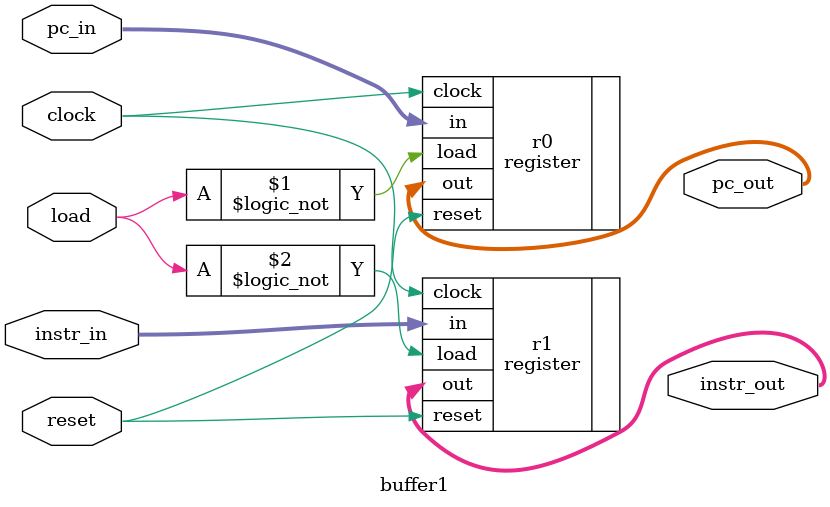
<source format=v>
`timescale 1ns/1ns
module buffer1 (clock, reset, load, pc_in, instr_in, pc_out, instr_out);

    input clock, reset, load;

    input [31:0] pc_in;
    input [31:0] instr_in;

    output [31:0] pc_out;
    output [31:0] instr_out;

    register #(32) r0(
        .in(pc_in),
        .out(pc_out),
        .load(!load),
        .clock(clock),
        .reset(reset)
    );

    register #(32) r1(
        .in(instr_in),
        .out(instr_out),
        .load(!load),
        .clock(clock),
        .reset(reset)
    );

endmodule

</source>
